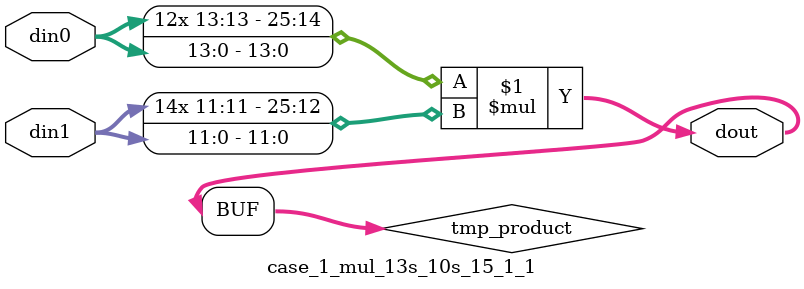
<source format=v>

`timescale 1 ns / 1 ps

 module case_1_mul_13s_10s_15_1_1(din0, din1, dout);
parameter ID = 1;
parameter NUM_STAGE = 0;
parameter din0_WIDTH = 14;
parameter din1_WIDTH = 12;
parameter dout_WIDTH = 26;

input [din0_WIDTH - 1 : 0] din0; 
input [din1_WIDTH - 1 : 0] din1; 
output [dout_WIDTH - 1 : 0] dout;

wire signed [dout_WIDTH - 1 : 0] tmp_product;



























assign tmp_product = $signed(din0) * $signed(din1);








assign dout = tmp_product;





















endmodule

</source>
